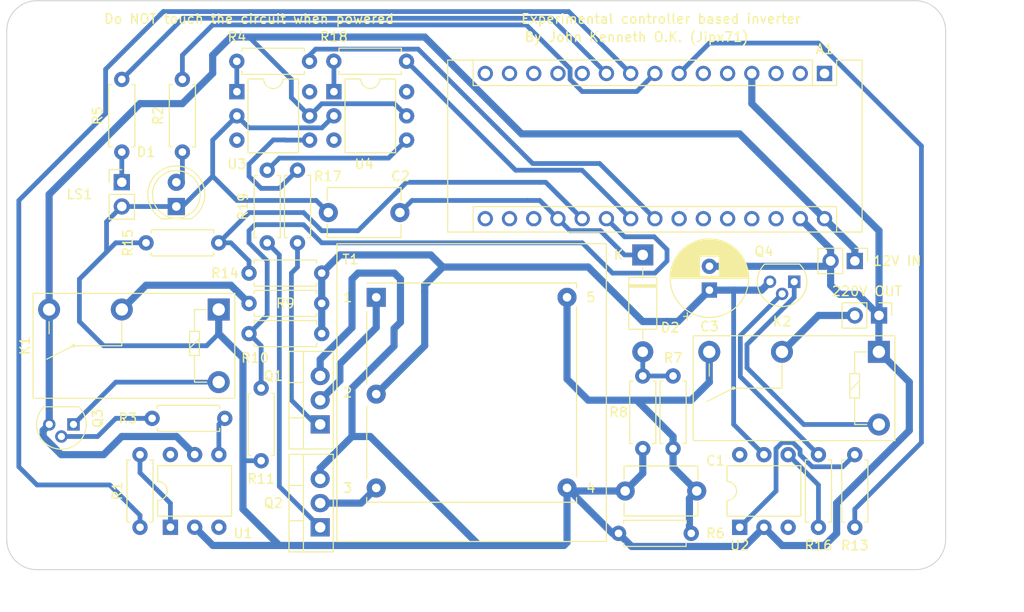
<source format=kicad_pcb>
(kicad_pcb (version 20211014) (generator pcbnew)
  (title_block (title "Experimental controller based inverter") (date "2025-07-05") (rev "1") (company "John Kenneth O.K. (Jipx71)") (comment 1 "-Safety margin due to high voltage (220V) is narrow") (comment 2 "-Board design is subject to future modifications") (comment 3 "-This board WILL NOT pass any safety standards") (comment 4 "-Experimental board. DO NOT use for critical tasks"))
  (layers (0 "F.Cu" signal) (31 "B.Cu" signal) (34 "B.Paste" user) (35 "F.Paste" user) (36 "B.SilkS" user "B.Silkscreen") (37 "F.SilkS" user "F.Silkscreen") (38 "B.Mask" user) (39 "F.Mask" user) (44 "Edge.Cuts" user))
  (net 0 "")
  (net 4 "GND")
  (net 5 "A")
  (net 6 "A'")
  (net 7 "Output")
  (net 8 "A_speaker")
  (net 9 "Cut")
  (net 10 "A_LED")
  (net 19 "Feedback")
  (net 20 "V_bat")
  (net 21 "V_fuse")
  (net 29 "+12V")
  (net 30 "VAC")
  (net 31 "Net-(D1-Pad2)")
  (net 32 "Net-(D2-Pad2)")
  (net 33 "Net-(J1-Pad2)")
  (net 34 "+12VA")
  (net 35 "Net-(K1-Pad2)")
  (net 36 "Net-(K1-Pad5)")
  (net 37 "Net-(K2-Pad5)")
  (net 38 "Net-(LS1-Pad1)")
  (net 39 "Net-(Q1-Pad2)")
  (net 40 "Net-(Q2-Pad2)")
  (net 41 "Net-(Q3-Pad2)")
  (net 42 "Net-(Q4-Pad2)")
  (net 43 "Net-(R1-Pad2)")
  (net 44 "Net-(R3-Pad1)")
  (net 45 "Net-(R13-Pad2)")
  (net 46 "Net-(R16-Pad1)")
  (net 51 "Net-(Q1-Pad1)")
  (net 52 "Net-(Q2-Pad1)")
  (net 53 "Net-(R4-Pad2)")
  (net 54 "Net-(R17-Pad1)")
  (net 55 "Net-(R18-Pad2)")
  (net 56 "Net-(R19-Pad1)")
  (footprint "Resistor_THT:R_Axial_DIN0207_L6.3mm_D2.5mm_P7.62mm_Horizontal" (layer "F.Cu") (at 176.53 88.265 90)
    (fp_text reference "R16" (at -1.905 0 180) (layer "F.SilkS"))
    (fp_text value "R")
    (pad "1" thru_hole circle (at 0 0 90) (size 1.6 1.6) (drill 0.8) (layers *.Cu *.Mask) (net 46 "Net-(R16-Pad1)"))
    (pad "2" thru_hole oval (at 7.62 0 90) (size 1.6 1.6) (drill 0.8) (layers *.Cu *.Mask) (net 42 "Net-(Q4-Pad2)"))
  )
  (footprint "Package_DIP:DIP-6_W7.62mm" (layer "F.Cu") (at 168.275 88.265 90)
    (fp_text reference "U2" (at -1.905 0 180) (layer "F.SilkS"))
    (fp_text value "4N35")
    (pad "1" thru_hole rect (at 0 0 90) (size 1.6 1.6) (drill 0.8) (layers *.Cu *.Mask) (net 45 "Net-(R13-Pad2)"))
    (pad "2" thru_hole oval (at 0 2.54 90) (size 1.6 1.6) (drill 0.8) (layers *.Cu *.Mask) (net 4 "GND"))
    (pad "3" thru_hole oval (at 0 5.08 90) (size 1.6 1.6) (drill 0.8) (layers *.Cu *.Mask))
    (pad "4" thru_hole oval (at 7.62 5.08 90) (size 1.6 1.6) (drill 0.8) (layers *.Cu *.Mask) (net 46 "Net-(R16-Pad1)"))
    (pad "5" thru_hole oval (at 7.62 2.54 90) (size 1.6 1.6) (drill 0.8) (layers *.Cu *.Mask) (net 29 "+12V"))
    (pad "6" thru_hole oval (at 7.62 0 90) (size 1.6 1.6) (drill 0.8) (layers *.Cu *.Mask))
  )
  (footprint "Resistor_THT:R_Axial_DIN0207_L6.3mm_D2.5mm_P7.62mm_Horizontal" (layer "F.Cu") (at 133.35 39.37 180)
    (fp_text reference "R18" (at 7.61 2.545) (layer "F.SilkS"))
    (fp_text value "R")
    (pad "1" thru_hole circle (at 0 0 180) (size 1.6 1.6) (drill 0.8) (layers *.Cu *.Mask) (net 6 "A'"))
    (pad "2" thru_hole oval (at 7.62 0 180) (size 1.6 1.6) (drill 0.8) (layers *.Cu *.Mask) (net 55 "Net-(R18-Pad2)"))
  )
  (footprint "Resistor_THT:R_Axial_DIN0207_L6.3mm_D2.5mm_P7.62mm_Horizontal" (layer "F.Cu") (at 121.92 50.8 -90)
    (fp_text reference "R17" (at 0.635 -3.175 180) (layer "F.SilkS"))
    (fp_text value "R")
    (pad "1" thru_hole circle (at 0 0 270) (size 1.6 1.6) (drill 0.8) (layers *.Cu *.Mask) (net 54 "Net-(R17-Pad1)"))
    (pad "2" thru_hole oval (at 7.62 0 270) (size 1.6 1.6) (drill 0.8) (layers *.Cu *.Mask) (net 51 "Net-(Q1-Pad1)"))
  )
  (footprint "Resistor_THT:R_Axial_DIN0207_L6.3mm_D2.5mm_P7.62mm_Horizontal" (layer "F.Cu") (at 113.665 58.42 180)
    (fp_text reference "R15" (at 9.525 0 90) (layer "F.SilkS"))
    (fp_text value "R")
    (pad "1" thru_hole circle (at 0 0 180) (size 1.6 1.6) (drill 0.8) (layers *.Cu *.Mask) (net 20 "V_bat"))
    (pad "2" thru_hole oval (at 7.62 0 180) (size 1.6 1.6) (drill 0.8) (layers *.Cu *.Mask) (net 4 "GND"))
  )
  (footprint "LED_THT:LED_D5.0mm" (layer "F.Cu") (at 109.22 54.61 90)
    (fp_text reference "D1" (at 5.715 -3.175 180) (layer "F.SilkS"))
    (fp_text value "LED")
    (pad "1" thru_hole rect (at 0 0 90) (size 1.8 1.8) (drill 0.9) (layers *.Cu *.Mask) (net 4 "GND"))
    (pad "2" thru_hole circle (at 2.54 0 90) (size 1.8 1.8) (drill 0.9) (layers *.Cu *.Mask) (net 31 "Net-(D1-Pad2)"))
  )
  (footprint "Resistor_THT:R_Axial_DIN0207_L6.3mm_D2.5mm_P7.62mm_Horizontal" (layer "F.Cu") (at 123.18 39.375 180)
    (fp_text reference "R4" (at 7.61 2.545) (layer "F.SilkS"))
    (fp_text value "R")
    (pad "1" thru_hole circle (at 0 0 180) (size 1.6 1.6) (drill 0.8) (layers *.Cu *.Mask) (net 5 "A"))
    (pad "2" thru_hole oval (at 7.62 0 180) (size 1.6 1.6) (drill 0.8) (layers *.Cu *.Mask) (net 53 "Net-(R4-Pad2)"))
  )
  (footprint "Package_TO_SOT_THT:TO-92" (layer "F.Cu") (at 173.99 62.505 180)
    (fp_text reference "Q4" (at 3.175 3.175 180) (layer "F.SilkS"))
    (fp_text value "Q_NPN_EBC")
    (pad "1" thru_hole rect (at 0 0 180) (size 1.3 1.3) (drill 0.75) (layers *.Cu *.Mask) (net 37 "Net-(K2-Pad5)"))
    (pad "2" thru_hole circle (at 1.27 -1.27 180) (size 1.3 1.3) (drill 0.75) (layers *.Cu *.Mask) (net 42 "Net-(Q4-Pad2)"))
    (pad "3" thru_hole circle (at 2.54 0 180) (size 1.3 1.3) (drill 0.75) (layers *.Cu *.Mask) (net 29 "+12V"))
  )
  (footprint "Capacitor_THT:C_Disc_D7.5mm_W5.0mm_P7.50mm" (layer "F.Cu") (at 163.77 84.455 180)
    (fp_text reference "C1" (at -1.965 3.175 180) (layer "F.SilkS"))
    (fp_text value "C")
    (pad "1" thru_hole circle (at 0 0 180) (size 2 2) (drill 1) (layers *.Cu *.Mask) (net 30 "VAC"))
    (pad "2" thru_hole circle (at 7.5 0 180) (size 2 2) (drill 1) (layers *.Cu *.Mask) (net 4 "GND"))
  )
  (footprint "MountingHole:MountingHole_3.2mm_M3" (layer "F.Cu") (at 185.42 88.265)
    (fp_text reference "H2" hide)
    (fp_text value "MountingHole")
    (pad "" np_thru_hole circle (at 0 0) (size 3.2 3.2) (drill 3.2) (layers *.Cu *.Mask))
  )
  (footprint "Relay_THT:Relay_SPST_Omron-G5Q-1A" (layer "F.Cu") (at 182.865 69.86 180)
    (fp_text reference "K2" (at 10.145 3.185 180) (layer "F.SilkS"))
    (fp_text value "G5Q-1A")
    (pad "1" thru_hole rect (at 0 0) (size 2.3 2.3) (drill 1.3) (layers *.Cu *.Mask) (net 4 "GND"))
    (pad "2" thru_hole circle (at 10.16 0) (size 2.3 2.3) (drill 1.3) (layers *.Cu *.Mask) (net 33 "Net-(J1-Pad2)"))
    (pad "3" thru_hole circle (at 17.78 0) (size 2.3 2.3) (drill 1.3) (layers *.Cu *.Mask) (net 30 "VAC"))
    (pad "5" thru_hole circle (at 0 -7.62) (size 2.3 2.3) (drill 1.3) (layers *.Cu *.Mask) (net 37 "Net-(K2-Pad5)"))
  )
  (footprint "MountingHole:MountingHole_3.2mm_M3" (layer "F.Cu") (at 95.885 37.465)
    (fp_text reference "H1" hide)
    (fp_text value "MountingHole")
    (pad "" np_thru_hole circle (at 0 0) (size 3.2 3.2) (drill 3.2) (layers *.Cu *.Mask))
  )
  (footprint "Diode_THT:D_DO-41_SOD81_P10.16mm_Horizontal" (layer "F.Cu") (at 158.115 59.69 -90)
    (fp_text reference "D2" (at 7.62 -2.865) (layer "F.SilkS"))
    (fp_text value "1N4007")
    (fp_text user "K" (at 0 2.54) (layer "F.SilkS"))
    (pad "1" thru_hole rect (at 0 0 270) (size 2.2 2.2) (drill 1.1) (layers *.Cu *.Mask) (net 19 "Feedback"))
    (pad "2" thru_hole oval (at 10.16 0 270) (size 2.2 2.2) (drill 1.1) (layers *.Cu *.Mask) (net 32 "Net-(D2-Pad2)"))
  )
  (footprint "Package_DIP:DIP-6_W7.62mm" (layer "F.Cu") (at 125.74 42.56)
    (fp_text reference "U4" (at 3.165 7.6) (layer "F.SilkS"))
    (fp_text value "4N35")
    (pad "1" thru_hole rect (at 0 0) (size 1.6 1.6) (drill 0.8) (layers *.Cu *.Mask) (net 55 "Net-(R18-Pad2)"))
    (pad "2" thru_hole oval (at 0 2.54) (size 1.6 1.6) (drill 0.8) (layers *.Cu *.Mask) (net 4 "GND"))
    (pad "3" thru_hole oval (at 0 5.08) (size 1.6 1.6) (drill 0.8) (layers *.Cu *.Mask))
    (pad "4" thru_hole oval (at 7.62 5.08) (size 1.6 1.6) (drill 0.8) (layers *.Cu *.Mask) (net 56 "Net-(R19-Pad1)"))
    (pad "5" thru_hole oval (at 7.62 2.54) (size 1.6 1.6) (drill 0.8) (layers *.Cu *.Mask) (net 34 "+12VA"))
    (pad "6" thru_hole oval (at 7.62 0) (size 1.6 1.6) (drill 0.8) (layers *.Cu *.Mask))
  )
  (footprint "Resistor_THT:R_Axial_DIN0207_L6.3mm_D2.5mm_P7.62mm_Horizontal" (layer "F.Cu") (at 124.46 67.945 180)
    (fp_text reference "R10" (at 6.985 -2.54 180) (layer "F.SilkS"))
    (fp_text value "R")
    (pad "1" thru_hole circle (at 0 0 180) (size 1.6 1.6) (drill 0.8) (layers *.Cu *.Mask) (net 29 "+12V"))
    (pad "2" thru_hole oval (at 7.62 0 180) (size 1.6 1.6) (drill 0.8) (layers *.Cu *.Mask) (net 21 "V_fuse"))
  )
  (footprint "Resistor_THT:R_Axial_DIN0207_L6.3mm_D2.5mm_P7.62mm_Horizontal" (layer "F.Cu") (at 116.84 64.77)
    (fp_text reference "R9" (at 3.81 0 180) (layer "F.SilkS"))
    (fp_text value "R")
    (pad "1" thru_hole circle (at 0 0) (size 1.6 1.6) (drill 0.8) (layers *.Cu *.Mask) (net 35 "Net-(K1-Pad2)"))
    (pad "2" thru_hole oval (at 7.62 0) (size 1.6 1.6) (drill 0.8) (layers *.Cu *.Mask) (net 29 "+12V"))
  )
  (footprint "Package_TO_SOT_THT:TO-220-3_Vertical" (layer "F.Cu") (at 124.3 77.47 90)
    (fp_text reference "Q1" (at 5.08 -4.92 180) (layer "F.SilkS"))
    (fp_text value "Q_NMOS_GDS")
    (pad "1" thru_hole rect (at 0 0 90) (size 1.905 2) (drill 1.1) (layers *.Cu *.Mask) (net 51 "Net-(Q1-Pad1)"))
    (pad "2" thru_hole oval (at 2.54 0 90) (size 1.905 2) (drill 1.1) (layers *.Cu *.Mask) (net 39 "Net-(Q1-Pad2)"))
    (pad "3" thru_hole oval (at 5.08 0 90) (size 1.905 2) (drill 1.1) (layers *.Cu *.Mask) (net 4 "GND"))
  )
  (footprint "Resistor_THT:R_Axial_DIN0207_L6.3mm_D2.5mm_P7.62mm_Horizontal" (layer "F.Cu") (at 161.29 80.01 90)
    (fp_text reference "R7" (at 9.525 0) (layer "F.SilkS"))
    (fp_text value "R")
    (pad "1" thru_hole circle (at 0 0 90) (size 1.6 1.6) (drill 0.8) (layers *.Cu *.Mask) (net 30 "VAC"))
    (pad "2" thru_hole oval (at 7.62 0 90) (size 1.6 1.6) (drill 0.8) (layers *.Cu *.Mask) (net 32 "Net-(D2-Pad2)"))
  )
  (footprint "MountingHole:MountingHole_3.2mm_M3" (layer "F.Cu") (at 185.42 37.465)
    (fp_text reference "H4" hide)
    (fp_text value "MountingHole")
    (pad "" np_thru_hole circle (at 0 0) (size 3.2 3.2) (drill 3.2) (layers *.Cu *.Mask))
  )
  (footprint "Package_TO_SOT_THT:TO-220-3_Vertical" (layer "F.Cu") (at 124.3 88.265 90)
    (fp_text reference "Q2" (at 2.54 -4.92 180) (layer "F.SilkS"))
    (fp_text value "Q_NMOS_GDS")
    (pad "1" thru_hole rect (at 0 0 90) (size 1.905 2) (drill 1.1) (layers *.Cu *.Mask) (net 52 "Net-(Q2-Pad1)"))
    (pad "2" thru_hole oval (at 2.54 0 90) (size 1.905 2) (drill 1.1) (layers *.Cu *.Mask) (net 40 "Net-(Q2-Pad2)"))
    (pad "3" thru_hole oval (at 5.08 0 90) (size 1.905 2) (drill 1.1) (layers *.Cu *.Mask) (net 4 "GND"))
  )
  (footprint "Resistor_THT:R_Axial_DIN0207_L6.3mm_D2.5mm_P7.62mm_Horizontal" (layer "F.Cu") (at 118.745 50.8 -90)
    (fp_text reference "R19" (at 3.81 2.54 90) (layer "F.SilkS"))
    (fp_text value "R")
    (pad "1" thru_hole circle (at 0 0 270) (size 1.6 1.6) (drill 0.8) (layers *.Cu *.Mask) (net 56 "Net-(R19-Pad1)"))
    (pad "2" thru_hole oval (at 7.62 0 270) (size 1.6 1.6) (drill 0.8) (layers *.Cu *.Mask) (net 52 "Net-(Q2-Pad1)"))
  )
  (footprint "Connector_PinHeader_2.54mm:PinHeader_1x02_P2.54mm_Vertical" (layer "F.Cu") (at 182.88 66.04 -90)
    (fp_text reference "220V OUT" (at -2.54 1.27 180) (layer "F.SilkS"))
    (fp_text value "Conn_01x02_Male")
    (pad "1" thru_hole rect (at 0 0 270) (size 1.7 1.7) (drill 1) (layers *.Cu *.Mask) (net 4 "GND"))
    (pad "2" thru_hole oval (at 0 2.54 270) (size 1.7 1.7) (drill 1) (layers *.Cu *.Mask) (net 33 "Net-(J1-Pad2)"))
  )
  (footprint "Capacitor_THT:C_Disc_D7.5mm_W5.0mm_P7.50mm" (layer "F.Cu") (at 132.655 55.245 180)
    (fp_text reference "C2" (at -0.06 3.81 180) (layer "F.SilkS"))
    (fp_text value "C")
    (pad "1" thru_hole circle (at 0 0 180) (size 2 2) (drill 1) (layers *.Cu *.Mask) (net 19 "Feedback"))
    (pad "2" thru_hole circle (at 7.5 0 180) (size 2 2) (drill 1) (layers *.Cu *.Mask) (net 4 "GND"))
  )
  (footprint "Capacitor_THT:CP_Radial_D8.0mm_P2.50mm" (layer "F.Cu") (at 165.1 63.382651 90)
    (fp_text reference "C3" (at -3.81 0 180) (layer "F.SilkS"))
    (fp_text value "C")
    (pad "1" thru_hole rect (at 0 0 90) (size 1.6 1.6) (drill 0.8) (layers *.Cu *.Mask) (net 29 "+12V"))
    (pad "2" thru_hole circle (at 2.5 0 90) (size 1.6 1.6) (drill 0.8) (layers *.Cu *.Mask) (net 4 "GND"))
  )
  (footprint "Resistor_THT:R_Axial_DIN0207_L6.3mm_D2.5mm_P7.62mm_Horizontal" (layer "F.Cu") (at 163.195 88.9 180)
    (fp_text reference "R6" (at -2.54 0 180) (layer "F.SilkS"))
    (fp_text value "R")
    (pad "1" thru_hole circle (at 0 0 180) (size 1.6 1.6) (drill 0.8) (layers *.Cu *.Mask) (net 30 "VAC"))
    (pad "2" thru_hole oval (at 7.62 0 180) (size 1.6 1.6) (drill 0.8) (layers *.Cu *.Mask) (net 4 "GND"))
  )
  (footprint "Resistor_THT:R_Axial_DIN0207_L6.3mm_D2.5mm_P7.62mm_Horizontal" (layer "F.Cu") (at 103.505 41.275 -90)
    (fp_text reference "R5" (at 3.81 2.54 90) (layer "F.SilkS"))
    (fp_text value "R")
    (pad "1" thru_hole circle (at 0 0 270) (size 1.6 1.6) (drill 0.8) (layers *.Cu *.Mask) (net 8 "A_speaker"))
    (pad "2" thru_hole oval (at 7.62 0 270) (size 1.6 1.6) (drill 0.8) (layers *.Cu *.Mask) (net 38 "Net-(LS1-Pad1)"))
  )
  (footprint "Package_DIP:DIP-6_W7.62mm" (layer "F.Cu") (at 115.57 42.565)
    (fp_text reference "U3" (at 0 7.6) (layer "F.SilkS"))
    (fp_text value "4N35")
    (pad "1" thru_hole rect (at 0 0) (size 1.6 1.6) (drill 0.8) (layers *.Cu *.Mask) (net 53 "Net-(R4-Pad2)"))
    (pad "2" thru_hole oval (at 0 2.54) (size 1.6 1.6) (drill 0.8) (layers *.Cu *.Mask) (net 4 "GND"))
    (pad "3" thru_hole oval (at 0 5.08) (size 1.6 1.6) (drill 0.8) (layers *.Cu *.Mask))
    (pad "4" thru_hole oval (at 7.62 5.08) (size 1.6 1.6) (drill 0.8) (layers *.Cu *.Mask) (net 54 "Net-(R17-Pad1)"))
    (pad "5" thru_hole oval (at 7.62 2.54) (size 1.6 1.6) (drill 0.8) (layers *.Cu *.Mask) (net 34 "+12VA"))
    (pad "6" thru_hole oval (at 7.62 0) (size 1.6 1.6) (drill 0.8) (layers *.Cu *.Mask))
  )
  (footprint "Resistor_THT:R_Axial_DIN0207_L6.3mm_D2.5mm_P7.62mm_Horizontal" (layer "F.Cu") (at 109.855 41.275 -90)
    (fp_text reference "R2" (at 3.81 2.54 90) (layer "F.SilkS"))
    (fp_text value "R")
    (pad "1" thru_hole circle (at 0 0 270) (size 1.6 1.6) (drill 0.8) (layers *.Cu *.Mask) (net 10 "A_LED"))
    (pad "2" thru_hole oval (at 7.62 0 270) (size 1.6 1.6) (drill 0.8) (layers *.Cu *.Mask) (net 31 "Net-(D1-Pad2)"))
  )
  (footprint "Resistor_THT:R_Axial_DIN0207_L6.3mm_D2.5mm_P7.62mm_Horizontal" (layer "F.Cu") (at 158.115 72.39 -90)
    (fp_text reference "R8" (at 3.81 2.54) (layer "F.SilkS"))
    (fp_text value "R")
    (pad "1" thru_hole circle (at 0 0 270) (size 1.6 1.6) (drill 0.8) (layers *.Cu *.Mask) (net 32 "Net-(D2-Pad2)"))
    (pad "2" thru_hole oval (at 7.62 0 270) (size 1.6 1.6) (drill 0.8) (layers *.Cu *.Mask) (net 4 "GND"))
  )
  (footprint "Resistor_THT:R_Axial_DIN0207_L6.3mm_D2.5mm_P7.62mm_Horizontal" (layer "F.Cu") (at 105.41 88.265 90)
    (fp_text reference "R1" (at 3.81 -2.37 90) (layer "F.SilkS"))
    (fp_text value "R")
    (pad "1" thru_hole circle (at 0 0 90) (size 1.6 1.6) (drill 0.8) (layers *.Cu *.Mask) (net 9 "Cut"))
    (pad "2" thru_hole oval (at 7.62 0 90) (size 1.6 1.6) (drill 0.8) (layers *.Cu *.Mask) (net 43 "Net-(R1-Pad2)"))
  )
  (footprint "Resistor_THT:R_Axial_DIN0207_L6.3mm_D2.5mm_P7.62mm_Horizontal" (layer "F.Cu") (at 180.34 88.265 90)
    (fp_text reference "R13" (at -1.905 0) (layer "F.SilkS"))
    (fp_text value "R")
    (pad "1" thru_hole circle (at 0 0 90) (size 1.6 1.6) (drill 0.8) (layers *.Cu *.Mask) (net 7 "Output"))
    (pad "2" thru_hole oval (at 7.62 0 90) (size 1.6 1.6) (drill 0.8) (layers *.Cu *.Mask) (net 45 "Net-(R13-Pad2)"))
  )
  (footprint "Transformer_THT:Transformer_Breve_TEZ-28x33" (layer "F.Cu") (at 130.175 64.135 -90)
    (fp_text reference "T1" (at -3.97 2.7 180) (layer "F.SilkS"))
    (fp_text value "Transformer_SP_1S")
    (fp_text user "3" (at 20 3 180) (layer "F.SilkS"))
    (fp_text user "2" (at 10 3 180) (layer "F.SilkS"))
    (fp_text user "1" (at 0 3 180) (layer "F.SilkS"))
    (fp_text user "4" (at 20 -22.5 180) (layer "F.SilkS"))
    (fp_text user "5" (at 0 -22.5 180) (layer "F.SilkS"))
    (pad "1" thru_hole rect (at 0 0 270) (size 2 2) (drill 0.9) (layers *.Cu *.Mask) (net 39 "Net-(Q1-Pad2)"))
    (pad "2" thru_hole circle (at 10.16 0 270) (size 2 2) (drill 0.9) (layers *.Cu *.Mask) (net 29 "+12V"))
    (pad "3" thru_hole circle (at 20 0 270) (size 2 2) (drill 0.9) (layers *.Cu *.Mask) (net 40 "Net-(Q2-Pad2)"))
    (pad "4" thru_hole circle (at 20 -20 270) (size 2 2) (drill 0.9) (layers *.Cu *.Mask) (net 4 "GND"))
    (pad "5" thru_hole circle (at 0 -20 270) (size 2 2) (drill 0.9) (layers *.Cu *.Mask) (net 30 "VAC"))
  )
  (footprint "MountingHole:MountingHole_3.2mm_M3" (layer "F.Cu") (at 95.885 88.265)
    (fp_text reference "H3" hide)
    (fp_text value "MountingHole")
    (pad "" np_thru_hole circle (at 0 0) (size 3.2 3.2) (drill 3.2) (layers *.Cu *.Mask))
  )
  (footprint "Package_DIP:DIP-6_W7.62mm" (layer "F.Cu") (at 108.6 88.255 90)
    (fp_text reference "U1" (at -0.645 7.62 180) (layer "F.SilkS"))
    (fp_text value "4N35")
    (pad "1" thru_hole rect (at 0 0 90) (size 1.6 1.6) (drill 0.8) (layers *.Cu *.Mask) (net 43 "Net-(R1-Pad2)"))
    (pad "2" thru_hole oval (at 0 2.54 90) (size 1.6 1.6) (drill 0.8) (layers *.Cu *.Mask) (net 4 "GND"))
    (pad "3" thru_hole oval (at 0 5.08 90) (size 1.6 1.6) (drill 0.8) (layers *.Cu *.Mask))
    (pad "4" thru_hole oval (at 7.62 5.08 90) (size 1.6 1.6) (drill 0.8) (layers *.Cu *.Mask) (net 44 "Net-(R3-Pad1)"))
    (pad "5" thru_hole oval (at 7.62 2.54 90) (size 1.6 1.6) (drill 0.8) (layers *.Cu *.Mask) (net 34 "+12VA"))
    (pad "6" thru_hole oval (at 7.62 0 90) (size 1.6 1.6) (drill 0.8) (layers *.Cu *.Mask))
  )
  (footprint "Resistor_THT:R_Axial_DIN0207_L6.3mm_D2.5mm_P7.62mm_Horizontal" (layer "F.Cu") (at 118.11 73.66 -90)
    (fp_text reference "R11" (at 9.525 0) (layer "F.SilkS"))
    (fp_text value "R")
    (pad "1" thru_hole circle (at 0 0 270) (size 1.6 1.6) (drill 0.8) (layers *.Cu *.Mask) (net 21 "V_fuse"))
    (pad "2" thru_hole oval (at 7.62 0 270) (size 1.6 1.6) (drill 0.8) (layers *.Cu *.Mask) (net 4 "GND"))
  )
  (footprint "Package_TO_SOT_THT:TO-92" (layer "F.Cu") (at 98.44 77.47 180)
    (fp_text reference "Q3" (at -2.54 0.635 90) (layer "F.SilkS"))
    (fp_text value "Q_NPN_EBC")
    (pad "1" thru_hole rect (at 0 0 180) (size 1.3 1.3) (drill 0.75) (layers *.Cu *.Mask) (net 36 "Net-(K1-Pad5)"))
    (pad "2" thru_hole circle (at 1.27 -1.27 180) (size 1.3 1.3) (drill 0.75) (layers *.Cu *.Mask) (net 41 "Net-(Q3-Pad2)"))
    (pad "3" thru_hole circle (at 2.54 0 180) (size 1.3 1.3) (drill 0.75) (layers *.Cu *.Mask) (net 34 "+12VA"))
  )
  (footprint "Resistor_THT:R_Axial_DIN0207_L6.3mm_D2.5mm_P7.62mm_Horizontal" (layer "F.Cu") (at 114.3 76.835 180)
    (fp_text reference "R3" (at 10.16 0 180) (layer "F.SilkS"))
    (fp_text value "R")
    (pad "1" thru_hole circle (at 0 0 180) (size 1.6 1.6) (drill 0.8) (layers *.Cu *.Mask) (net 44 "Net-(R3-Pad1)"))
    (pad "2" thru_hole oval (at 7.62 0 180) (size 1.6 1.6) (drill 0.8) (layers *.Cu *.Mask) (net 41 "Net-(Q3-Pad2)"))
  )
  (footprint "Module:Arduino_Nano" (layer "F.Cu") (at 177.165 40.65 -90)
    (fp_text reference "A1" (at -2.55 0 180) (layer "F.SilkS"))
    (fp_text value "Arduino_Nano_v2.x")
    (pad "1" thru_hole rect (at 0 0 270) (size 1.6 1.6) (drill 1) (layers *.Cu *.Mask))
    (pad "2" thru_hole oval (at 0 2.54 270) (size 1.6 1.6) (drill 1) (layers *.Cu *.Mask))
    (pad "3" thru_hole oval (at 0 5.08 270) (size 1.6 1.6) (drill 1) (layers *.Cu *.Mask))
    (pad "4" thru_hole oval (at 0 7.62 270) (size 1.6 1.6) (drill 1) (layers *.Cu *.Mask) (net 4 "GND"))
    (pad "5" thru_hole oval (at 0 10.16 270) (size 1.6 1.6) (drill 1) (layers *.Cu *.Mask))
    (pad "6" thru_hole oval (at 0 12.7 270) (size 1.6 1.6) (drill 1) (layers *.Cu *.Mask))
    (pad "7" thru_hole oval (at 0 15.24 270) (size 1.6 1.6) (drill 1) (layers *.Cu *.Mask) (net 7 "Output"))
    (pad "8" thru_hole oval (at 0 17.78 270) (size 1.6 1.6) (drill 1) (layers *.Cu *.Mask) (net 10 "A_LED"))
    (pad "9" thru_hole oval (at 0 20.32 270) (size 1.6 1.6) (drill 1) (layers *.Cu *.Mask) (net 9 "Cut"))
    (pad "10" thru_hole oval (at 0 22.86 270) (size 1.6 1.6) (drill 1) (layers *.Cu *.Mask) (net 8 "A_speaker"))
    (pad "11" thru_hole oval (at 0 25.4 270) (size 1.6 1.6) (drill 1) (layers *.Cu *.Mask))
    (pad "12" thru_hole oval (at 0 27.94 270) (size 1.6 1.6) (drill 1) (layers *.Cu *.Mask))
    (pad "13" thru_hole oval (at 0 30.48 270) (size 1.6 1.6) (drill 1) (layers *.Cu *.Mask))
    (pad "14" thru_hole oval (at 0 33.02 270) (size 1.6 1.6) (drill 1) (layers *.Cu *.Mask))
    (pad "15" thru_hole oval (at 0 35.56 270) (size 1.6 1.6) (drill 1) (layers *.Cu *.Mask))
    (pad "16" thru_hole oval (at 15.24 35.56 270) (size 1.6 1.6) (drill 1) (layers *.Cu *.Mask))
    (pad "17" thru_hole oval (at 15.24 33.02 270) (size 1.6 1.6) (drill 1) (layers *.Cu *.Mask))
    (pad "18" thru_hole oval (at 15.24 30.48 270) (size 1.6 1.6) (drill 1) (layers *.Cu *.Mask))
    (pad "19" thru_hole oval (at 15.24 27.94 270) (size 1.6 1.6) (drill 1) (layers *.Cu *.Mask) (net 19 "Feedback"))
    (pad "20" thru_hole oval (at 15.24 25.4 270) (size 1.6 1.6) (drill 1) (layers *.Cu *.Mask) (net 20 "V_bat"))
    (pad "21" thru_hole oval (at 15.24 22.86 270) (size 1.6 1.6) (drill 1) (layers *.Cu *.Mask) (net 21 "V_fuse"))
    (pad "22" thru_hole oval (at 15.24 20.32 270) (size 1.6 1.6) (drill 1) (layers *.Cu *.Mask) (net 6 "A'"))
    (pad "23" thru_hole oval (at 15.24 17.78 270) (size 1.6 1.6) (drill 1) (layers *.Cu *.Mask) (net 5 "A"))
    (pad "24" thru_hole oval (at 15.24 15.24 270) (size 1.6 1.6) (drill 1) (layers *.Cu *.Mask))
    (pad "25" thru_hole oval (at 15.24 12.7 270) (size 1.6 1.6) (drill 1) (layers *.Cu *.Mask))
    (pad "26" thru_hole oval (at 15.24 10.16 270) (size 1.6 1.6) (drill 1) (layers *.Cu *.Mask))
    (pad "27" thru_hole oval (at 15.24 7.62 270) (size 1.6 1.6) (drill 1) (layers *.Cu *.Mask))
    (pad "28" thru_hole oval (at 15.24 5.08 270) (size 1.6 1.6) (drill 1) (layers *.Cu *.Mask))
    (pad "29" thru_hole oval (at 15.24 2.54 270) (size 1.6 1.6) (drill 1) (layers *.Cu *.Mask) (net 4 "GND"))
    (pad "30" thru_hole oval (at 15.24 0 270) (size 1.6 1.6) (drill 1) (layers *.Cu *.Mask) (net 34 "+12VA"))
  )
  (footprint "Connector_PinHeader_2.54mm:PinHeader_1x02_P2.54mm_Vertical" (layer "F.Cu") (at 180.345 60.325 -90)
    (fp_text reference "12V IN" (at 0 -4.44 180) (layer "F.SilkS"))
    (fp_text value "Conn_01x02_Male")
    (pad "1" thru_hole rect (at 0 0 270) (size 1.7 1.7) (drill 1) (layers *.Cu *.Mask) (net 34 "+12VA"))
    (pad "2" thru_hole oval (at 0 2.54 270) (size 1.7 1.7) (drill 1) (layers *.Cu *.Mask) (net 4 "GND"))
  )
  (footprint "Relay_THT:Relay_SPST_Omron-G5Q-1A" (layer "F.Cu") (at 113.665 65.415 180)
    (fp_text reference "K1" (at 20.305 -3.8 90) (layer "F.SilkS"))
    (fp_text value "G5Q-1A")
    (pad "1" thru_hole rect (at 0 0) (size 2.3 2.3) (drill 1.3) (layers *.Cu *.Mask) (net 4 "GND"))
    (pad "2" thru_hole circle (at 10.16 0) (size 2.3 2.3) (drill 1.3) (layers *.Cu *.Mask) (net 35 "Net-(K1-Pad2)"))
    (pad "3" thru_hole circle (at 17.78 0) (size 2.3 2.3) (drill 1.3) (layers *.Cu *.Mask) (net 34 "+12VA"))
    (pad "5" thru_hole circle (at 0 -7.62) (size 2.3 2.3) (drill 1.3) (layers *.Cu *.Mask) (net 36 "Net-(K1-Pad5)"))
  )
  (footprint "Resistor_THT:R_Axial_DIN0207_L6.3mm_D2.5mm_P7.62mm_Horizontal" (layer "F.Cu") (at 124.46 61.595 180)
    (fp_text reference "R14" (at 10.16 0 180) (layer "F.SilkS"))
    (fp_text value "R")
    (pad "1" thru_hole circle (at 0 0 180) (size 1.6 1.6) (drill 0.8) (layers *.Cu *.Mask) (net 29 "+12V"))
    (pad "2" thru_hole oval (at 7.62 0 180) (size 1.6 1.6) (drill 0.8) (layers *.Cu *.Mask) (net 20 "V_bat"))
  )
  (footprint "Connector_PinHeader_2.54mm:PinHeader_1x02_P2.54mm_Vertical" (layer "F.Cu") (at 103.505 52.065)
    (fp_text reference "LS1" (at -4.445 1.27) (layer "F.SilkS"))
    (fp_text value "Speaker_Crystal")
    (pad "1" thru_hole rect (at 0 0) (size 1.7 1.7) (drill 1) (layers *.Cu *.Mask) (net 38 "Net-(LS1-Pad1)"))
    (pad "2" thru_hole oval (at 0 2.54) (size 1.7 1.7) (drill 1) (layers *.Cu *.Mask) (net 4 "GND"))
  )
  (gr_line (start 91.44 36.195) (end 91.44 89.535) (layer "Edge.Cuts") (width 0.1))
  (gr_line (start 189.865 89.535) (end 189.865 36.195) (layer "Edge.Cuts") (width 0.1))
  (gr_arc (start 186.69 33.02) (mid 188.935064 33.949936) (end 189.865 36.195) (layer "Edge.Cuts") (width 0.1))
  (gr_line (start 186.69 33.02) (end 94.615 33.02) (layer "Edge.Cuts") (width 0.1))
  (gr_line (start 94.615 92.71) (end 186.69 92.71) (layer "Edge.Cuts") (width 0.1))
  (gr_arc (start 91.44 36.195) (mid 92.369936 33.949936) (end 94.615 33.02) (layer "Edge.Cuts") (width 0.1))
  (gr_arc (start 189.865 89.535) (mid 188.935064 91.780064) (end 186.69 92.71) (layer "Edge.Cuts") (width 0.1))
  (gr_arc (start 94.615 92.71) (mid 92.369936 91.780064) (end 91.44 89.535) (layer "Edge.Cuts") (width 0.1))
  (gr_text "Do NOT touch the circuit when powered" (at 116.84 34.925) (layer "F.SilkS") (effects (font (size 1 1))))
  (gr_text "By John Kenneth O.K. (Jipx71)" (at 157.48 36.83) (layer "F.SilkS") (effects (font (size 1 1))))
  (gr_text "Experimental controller based inverter" (at 160.02 34.925) (layer "F.SilkS") (effects (font (size 1 1))))
  (segment (start 177.805 60.325) (end 177.805 62.87) (width 0.75) (layer "B.Cu") (net 4))
  (segment (start 169.545 40.65) (end 169.545 43.815) (width 0.75) (layer "B.Cu") (net 4))
  (segment (start 127.635 73.66) (end 127.635 78.74) (width 0.75) (layer "B.Cu") (net 4))
  (segment (start 128.27 61.595) (end 132.08 61.595) (width 0.75) (layer "B.Cu") (net 4))
  (segment (start 156.95 90.275) (end 168.805 90.275) (width 0.75) (layer "B.Cu") (net 4))
  (segment (start 177.805 59.07) (end 174.625 55.89) (width 0.75) (layer "B.Cu") (net 4))
  (segment (start 132.043249 67.420253) (end 132.043249 69.251751) (width 0.75) (layer "B.Cu") (net 4))
  (segment (start 178.7525 63.8175) (end 180.6575 63.8175) (width 0.75) (layer "B.Cu") (net 4))
  (segment (start 102.87 58.42) (end 101.905 59.385) (width 0.5) (layer "B.Cu") (net 4))
  (segment (start 129.54 78.74) (end 127.635 78.74) (width 0.75) (layer "B.Cu") (net 4))
  (segment (start 103.505 54.605) (end 101.905 56.205) (width 0.5) (layer "B.Cu") (net 4))
  (segment (start 123.885 53.975) (end 125.155 55.245) (width 0.5) (layer "B.Cu") (net 4))
  (segment (start 124.3 70.645) (end 127.635 67.31) (width 0.75) (layer "B.Cu") (net 4))
  (segment (start 186.055 73.025) (end 182.89 69.86) (width 0.75) (layer "B.Cu") (net 4))
  (segment (start 155.575 88.9) (end 156.95 90.275) (width 0.75) (layer "B.Cu") (net 4))
  (segment (start 177.805 60.325) (end 177.805 59.07) (width 0.75) (layer "B.Cu") (net 4))
  (segment (start 116.205 81.28) (end 116.205 70.485) (width 0.75) (layer "B.Cu") (net 4))
  (segment (start 115.57 53.975) (end 123.885 53.975) (width 0.5) (layer "B.Cu") (net 4))
  (segment (start 140.97 90.17) (end 129.54 78.74) (width 0.75) (layer "B.Cu") (net 4))
  (segment (start 115.57 45.105) (end 116.82 46.355) (width 0.5) (layer "B.Cu") (net 4))
  (segment (start 177.247349 60.882651) (end 177.805 60.325) (width 0.75) (layer "B.Cu") (net 4))
  (segment (start 120.015 90.17) (end 118.11 88.265) (width 0.75) (layer "B.Cu") (net 4))
  (segment (start 109.855 54.61) (end 113.03 51.435) (width 0.5) (layer "B.Cu") (net 4))
  (segment (start 113.03 47.645) (end 115.57 45.105) (width 0.5) (layer "B.Cu") (net 4))
  (segment (start 124.3 83.185) (end 124.3 82.075) (width 0.75) (layer "B.Cu") (net 4))
  (segment (start 178.435 88.9) (end 178.435 85.725) (width 0.75) (layer "B.Cu") (net 4))
  (segment (start 113.03 51.435) (end 113.03 47.645) (width 0.5) (layer "B.Cu") (net 4))
  (segment (start 182.89 69.86) (end 182.865 69.86) (width 0.75) (layer "B.Cu") (net 4))
  (segment (start 99.06 66.675) (end 101.6 69.215) (width 0.5) (layer "B.Cu") (net 4))
  (segment (start 132.08 61.595) (end 132.715 62.23) (width 0.75) (layer "B.Cu") (net 4))
  (segment (start 132.043249 69.251751) (end 127.635 73.66) (width 0.75) (layer "B.Cu") (net 4))
  (segment (start 116.205 81.28) (end 116.205 86.36) (width 0.75) (layer "B.Cu") (net 4))
  (segment (start 112.395 69.215) (end 113.665 67.945) (width 0.5) (layer "B.Cu") (net 4))
  (segment (start 113.665 67.945) (end 113.665 65.415) (width 0.75) (layer "B.Cu") (net 4))
  (segment (start 177.159293 90.175707) (end 178.435 88.9) (width 0.75) (layer "B.Cu") (net 4))
  (segment (start 116.205 86.36) (end 118.11 88.265) (width 0.75) (layer "B.Cu") (net 4))
  (segment (start 124.3 82.075) (end 127.635 78.74) (width 0.75) (layer "B.Cu") (net 4))
  (segment (start 149.86 90.17) (end 150.175 89.855) (width 0.75) (layer "B.Cu") (net 4))
  (segment (start 140.97 90.17) (end 149.86 90.17) (width 0.75) (layer "B.Cu") (net 4))
  (segment (start 182.865 69.86) (end 182.865 66.055) (width 0.75) (layer "B.Cu") (net 4))
  (segment (start 156.27 84.455) (end 150.495 84.455) (width 0.75) (layer "B.Cu") (net 4))
  (segment (start 103.505 54.61) (end 109.855 54.61) (width 0.5) (layer "B.Cu") (net 4))
  (segment (start 111.14 88.255) (end 113.055 90.17) (width 0.75) (layer "B.Cu") (net 4))
  (segment (start 165.1 60.882651) (end 177.247349 60.882651) (width 0.75) (layer "B.Cu") (net 4))
  (segment (start 178.435 85.725) (end 186.055 78.105) (width 0.75) (layer "B.Cu") (net 4))
  (segment (start 120.015 90.17) (end 113.665 90.17) (width 0.75) (layer "B.Cu") (net 4))
  (segment (start 127.635 67.31) (end 127.635 62.23) (width 0.75) (layer "B.Cu") (net 4))
  (segment (start 158.115 82.61) (end 156.27 84.455) (width 0.75) (layer "B.Cu") (net 4))
  (segment (start 116.82 46.355) (end 124.485 46.355) (width 0.5) (layer "B.Cu") (net 4))
  (segment (start 99.06 62.23) (end 99.06 66.675) (width 0.5) (layer "B.Cu") (net 4))
  (segment (start 150.495 84.455) (end 150.175 84.135) (width 0.75) (layer "B.Cu") (net 4))
  (segment (start 132.715 66.748502) (end 132.043249 67.420253) (width 0.75) (layer "B.Cu") (net 4))
  (segment (start 101.905 56.205) (end 101.905 59.385) (width 0.5) (layer "B.Cu") (net 4))
  (segment (start 177.805 62.87) (end 178.7525 63.8175) (width 0.75) (layer "B.Cu") (net 4))
  (segment (start 182.865 66.055) (end 182.88 66.04) (width 0.75) (layer "B.Cu") (net 4))
  (segment (start 158.115 80.01) (end 158.115 82.61) (width 0.75) (layer "B.Cu") (net 4))
  (segment (start 127.635 62.23) (end 128.27 61.595) (width 0.75) (layer "B.Cu") (net 4))
  (segment (start 116.205 70.485) (end 113.665 67.945) (width 0.75) (layer "B.Cu") (net 4))
  (segment (start 140.97 90.17) (end 120.015 90.17) (width 0.75) (layer "B.Cu") (net 4))
  (segment (start 124.485 46.355) (end 125.74 45.1) (width 0.5) (layer "B.Cu") (net 4))
  (segment (start 101.905 59.385) (end 99.06 62.23) (width 0.5) (layer "B.Cu") (net 4))
  (segment (start 118.11 81.28) (end 116.205 81.28) (width 0.5) (layer "B.Cu") (net 4))
  (segment (start 150.175 84.135) (end 154.94 88.9) (width 0.75) (layer "B.Cu") (net 4))
  (segment (start 168.805 90.275) (end 170.815 88.265) (width 0.75) (layer "B.Cu") (net 4))
  (segment (start 101.6 69.215) (end 112.395 69.215) (width 0.5) (layer "B.Cu") (net 4))
  (segment (start 180.6575 63.8175) (end 182.88 66.04) (width 0.75) (layer "B.Cu") (net 4))
  (segment (start 124.3 72.39) (end 124.3 70.645) (width 0.75) (layer "B.Cu") (net 4))
  (segment (start 109.22 54.61) (end 109.855 54.61) (width 0.5) (layer "B.Cu") (net 4))
  (segment (start 170.815 88.265) (end 172.725707 90.175707) (width 0.75) (layer "B.Cu") (net 4))
  (segment (start 150.175 89.855) (end 150.175 84.135) (width 0.75) (layer "B.Cu") (net 4))
  (segment (start 186.055 78.105) (end 186.055 73.025) (width 0.75) (layer "B.Cu") (net 4))
  (segment (start 106.045 58.42) (end 102.87 58.42) (width 0.5) (layer "B.Cu") (net 4))
  (segment (start 132.715 62.23) (end 132.715 66.748502) (width 0.75) (layer "B.Cu") (net 4))
  (segment (start 169.545 43.815) (end 182.88 57.15) (width 0.75) (layer "B.Cu") (net 4))
  (segment (start 113.055 90.17) (end 113.665 90.17) (width 0.75) (layer "B.Cu") (net 4))
  (segment (start 182.88 57.15) (end 182.88 66.04) (width 0.75) (layer "B.Cu") (net 4))
  (segment (start 172.725707 90.175707) (end 177.159293 90.175707) (width 0.75) (layer "B.Cu") (net 4))
  (segment (start 115.57 53.975) (end 113.03 51.435) (width 0.5) (layer "B.Cu") (net 4))
  (segment (start 153.595 50.1) (end 146.57 50.1) (width 0.5) (layer "B.Cu") (net 5))
  (segment (start 123.825 38.1) (end 123.18 38.745) (width 0.5) (layer "B.Cu") (net 5))
  (segment (start 146.57 50.1) (end 134.57 38.1) (width 0.5) (layer "B.Cu") (net 5))
  (segment (start 123.18 38.745) (end 123.18 39.375) (width 0.5) (layer "B.Cu") (net 5))
  (segment (start 134.57 38.1) (end 123.825 38.1) (width 0.5) (layer "B.Cu") (net 5))
  (segment (start 159.385 55.89) (end 153.595 50.1) (width 0.5) (layer "B.Cu") (net 5))
  (segment (start 144.78 50.8) (end 151.755 50.8) (width 0.5) (layer "B.Cu") (net 6))
  (segment (start 151.755 50.8) (end 152.395 51.44) (width 0.5) (layer "B.Cu") (net 6))
  (segment (start 133.35 39.37) (end 144.78 50.8) (width 0.5) (layer "B.Cu") (net 6))
  (segment (start 152.395 51.44) (end 156.845 55.89) (width 0.5) (layer "B.Cu") (net 6))
  (segment (start 187.325 79.375) (end 180.34 86.36) (width 0.5) (layer "B.Cu") (net 7))
  (segment (start 187.325 48.26) (end 187.325 79.375) (width 0.5) (layer "B.Cu") (net 7))
  (segment (start 165.11 37.465) (end 176.53 37.465) (width 0.5) (layer "B.Cu") (net 7))
  (segment (start 176.53 37.465) (end 187.325 48.26) (width 0.5) (layer "B.Cu") (net 7))
  (segment (start 180.34 86.36) (end 180.34 88.265) (width 0.5) (layer "B.Cu") (net 7))
  (segment (start 161.925 40.65) (end 165.11 37.465) (width 0.5) (layer "B.Cu") (net 7))
  (segment (start 103.505 41.275) (end 109.92 34.86) (width 0.5) (layer "B.Cu") (net 8))
  (segment (start 109.92 34.86) (end 147.385 34.86) (width 0.5) (layer "B.Cu") (net 8))
  (segment (start 154.305 40.65) (end 148.515 34.86) (width 0.5) (layer "B.Cu") (net 8))
  (segment (start 148.515 34.86) (end 147.385 34.86) (width 0.5) (layer "B.Cu") (net 8))
  (segment (start 105.41 86.995) (end 105.41 88.265) (width 0.5) (layer "B.Cu") (net 9))
  (segment (start 94.615 83.82) (end 102.235 83.82) (width 0.5) (layer "B.Cu") (net 9))
  (segment (start 101.808642 44.876358) (end 92.71 53.975) (width 0.5) (layer "B.Cu") (net 9))
  (segment (start 102.235 83.82) (end 105.41 86.995) (width 0.5) (layer "B.Cu") (net 9))
  (segment (start 107.862284 34.16) (end 107.523642 34.498642) (width 0.5) (layer "B.Cu") (net 9))
  (segment (start 107.862283 34.16) (end 107.523642 34.498642) (width 0.5) (layer "B.Cu") (net 9))
  (segment (start 92.71 53.975) (end 92.71 81.915) (width 0.5) (layer "B.Cu") (net 9))
  (segment (start 107.523642 34.498642) (end 101.808642 40.213642) (width 0.5) (layer "B.Cu") (net 9))
  (segment (start 92.71 81.915) (end 94.615 83.82) (width 0.5) (layer "B.Cu") (net 9))
  (segment (start 156.845 40.65) (end 150.355 34.16) (width 0.5) (layer "B.Cu") (net 9))
  (segment (start 150.355 34.16) (end 107.862284 34.16) (width 0.5) (layer "B.Cu") (net 9))
  (segment (start 101.808642 40.213642) (end 101.808642 44.876358) (width 0.5) (layer "B.Cu") (net 9))
  (segment (start 109.855 41.275) (end 109.855 38.735) (width 0.5) (layer "B.Cu") (net 10))
  (segment (start 150.495 40.152233) (end 150.495 41.275) (width 0.5) (layer "B.Cu") (net 10))
  (segment (start 151.765 42.545) (end 157.49 42.545) (width 0.5) (layer "B.Cu") (net 10))
  (segment (start 159.385 40.65) (end 158.12 41.915) (width 0.5) (layer "B.Cu") (net 10))
  (segment (start 113.03 35.56) (end 145.902767 35.56) (width 0.5) (layer "B.Cu") (net 10))
  (segment (start 109.855 38.735) (end 113.03 35.56) (width 0.5) (layer "B.Cu") (net 10))
  (segment (start 145.902767 35.56) (end 150.495 40.152233) (width 0.5) (layer "B.Cu") (net 10))
  (segment (start 157.49 42.545) (end 158.12 41.915) (width 0.5) (layer "B.Cu") (net 10))
  (segment (start 150.495 41.275) (end 151.765 42.545) (width 0.5) (layer "B.Cu") (net 10))
  (segment (start 156.21 59.69) (end 153.66 57.14) (width 0.5) (layer "B.Cu") (net 19))
  (segment (start 133.925 53.975) (end 132.655 55.245) (width 0.5) (layer "B.Cu") (net 19))
  (segment (start 146.05 53.975) (end 147.31 53.975) (width 0.5) (layer "B.Cu") (net 19))
  (segment (start 150.475 57.14) (end 153.66 57.14) (width 0.5) (layer "B.Cu") (net 19))
  (segment (start 146.05 53.975) (end 133.925 53.975) (width 0.5) (layer "B.Cu") (net 19))
  (segment (start 158.115 59.69) (end 156.21 59.69) (width 0.5) (layer "B.Cu") (net 19))
  (segment (start 147.31 53.975) (end 149.225 55.89) (width 0.5) (layer "B.Cu") (net 19))
  (segment (start 149.225 55.89) (end 150.475 57.14) (width 0.5) (layer "B.Cu") (net 19))
  (segment (start 116.84 55.245) (end 122.555 55.245) (width 0.5) (layer "B.Cu") (net 20))
  (segment (start 128.27 57.15) (end 133.35 52.07) (width 0.5) (layer "B.Cu") (net 20))
  (segment (start 122.555 55.245) (end 124.46 57.15) (width 0.5) (layer "B.Cu") (net 20))
  (segment (start 124.46 57.15) (end 128.27 57.15) (width 0.5) (layer "B.Cu") (net 20))
  (segment (start 116.84 60.325) (end 116.84 61.595) (width 0.5) (layer "B.Cu") (net 20))
  (segment (start 133.35 52.07) (end 147.32 52.07) (width 0.5) (layer "B.Cu") (net 20))
  (segment (start 113.665 58.42) (end 114.935 58.42) (width 0.5) (layer "B.Cu") (net 20))
  (segment (start 151.765 55.89) (end 147.945 52.07) (width 0.5) (layer "B.Cu") (net 20))
  (segment (start 147.945 52.07) (end 147.32 52.07) (width 0.5) (layer "B.Cu") (net 20))
  (segment (start 116.84 60.325) (end 114.935 58.42) (width 0.5) (layer "B.Cu") (net 20))
  (segment (start 113.665 58.42) (end 116.84 55.245) (width 0.5) (layer "B.Cu") (net 20))
  (segment (start 116.84 67.945) (end 118.745 66.04) (width 0.5) (layer "B.Cu") (net 21))
  (segment (start 122.555 56.515) (end 124.46 58.42) (width 0.5) (layer "B.Cu") (net 21))
  (segment (start 160.655 60.325) (end 160.655 59.13) (width 0.5) (layer "B.Cu") (net 21))
  (segment (start 117.475 56.515) (end 122.555 56.515) (width 0.5) (layer "B.Cu") (net 21))
  (segment (start 156.2 57.785) (end 154.305 55.89) (width 0.5) (layer "B.Cu") (net 21))
  (segment (start 116.84 67.945) (end 118.11 69.215) (width 0.5) (layer "B.Cu") (net 21))
  (segment (start 154.94 61.595) (end 159.385 61.595) (width 0.5) (layer "B.Cu") (net 21))
  (segment (start 159.31 57.785) (end 156.2 57.785) (width 0.5) (layer "B.Cu") (net 21))
  (segment (start 124.46 58.42) (end 151.765 58.42) (width 0.5) (layer "B.Cu") (net 21))
  (segment (start 116.84 57.15) (end 117.475 56.515) (width 0.5) (layer "B.Cu") (net 21))
  (segment (start 118.745 66.04) (end 118.745 60.325) (width 0.5) (layer "B.Cu") (net 21))
  (segment (start 116.84 58.42) (end 116.84 57.15) (width 0.5) (layer "B.Cu") (net 21))
  (segment (start 118.745 60.325) (end 116.84 58.42) (width 0.5) (layer "B.Cu") (net 21))
  (segment (start 118.11 69.215) (end 118.11 73.66) (width 0.5) (layer "B.Cu") (net 21))
  (segment (start 159.385 61.595) (end 160.655 60.325) (width 0.5) (layer "B.Cu") (net 21))
  (segment (start 151.765 58.42) (end 154.94 61.595) (width 0.5) (layer "B.Cu") (net 21))
  (segment (start 160.655 59.13) (end 159.31 57.785) (width 0.5) (layer "B.Cu") (net 21))
  (segment (start 165.1 63.382651) (end 167.757349 63.382651) (width 0.75) (layer "B.Cu") (net 29))
  (segment (start 135.255 63.5) (end 135.255 62.865) (width 0.75) (layer "B.Cu") (net 29))
  (segment (start 124.46 67.945) (end 124.46 61.595) (width 0.75) (layer "B.Cu") (net 29))
  (segment (start 135.255 62.865) (end 137.16 60.96) (width 0.75) (layer "B.Cu") (net 29))
  (segment (start 126.365 59.69) (end 135.89 59.69) (width 0.75) (layer "B.Cu") (net 29))
  (segment (start 152.4 60.96) (end 158.115 66.675) (width 0.75) (layer "B.Cu") (net 29))
  (segment (start 167.64 63.5) (end 167.757349 63.382651) (width 0.5) (layer "B.Cu") (net 29))
  (segment (start 135.255 69.215) (end 135.255 63.5) (width 0.75) (layer "B.Cu") (net 29))
  (segment (start 124.46 61.595) (end 126.365 59.69) (width 0.75) (layer "B.Cu") (net 29))
  (segment (start 137.16 60.96) (end 152.4 60.96) (width 0.75) (layer "B.Cu") (net 29))
  (segment (start 130.175 74.295) (end 135.255 69.215) (width 0.75) (layer "B.Cu") (net 29))
  (segment (start 170.815 80.645) (end 167.64 77.47) (width 0.5) (layer "B.Cu") (net 29))
  (segment (start 161.807651 66.675) (end 160.655 66.675) (width 0.75) (layer "B.Cu") (net 29))
  (segment (start 167.757349 63.382651) (end 170.572349 63.382651) (width 0.75) (layer "B.Cu") (net 29))
  (segment (start 135.89 59.69) (end 137.16 60.96) (width 0.75) (layer "B.Cu") (net 29))
  (segment (start 158.115 66.675) (end 160.655 66.675) (width 0.75) (layer "B.Cu") (net 29))
  (segment (start 165.1 63.382651) (end 161.807651 66.675) (width 0.75) (layer "B.Cu") (net 29))
  (segment (start 170.572349 63.382651) (end 171.45 62.505) (width 0.75) (layer "B.Cu") (net 29))
  (segment (start 167.64 77.47) (end 167.64 63.5) (width 0.5) (layer "B.Cu") (net 29))
  (segment (start 157.48 74.93) (end 163.195 74.93) (width 0.75) (layer "B.Cu") (net 30))
  (segment (start 161.29 78.74) (end 157.48 74.93) (width 0.75) (layer "B.Cu") (net 30))
  (segment (start 157.48 74.93) (end 152.395 74.93) (width 0.75) (layer "B.Cu") (net 30))
  (segment (start 163.005 85.22) (end 163.005 88.9) (width 0.75) (layer "B.Cu") (net 30))
  (segment (start 165.085 73.01) (end 165.085 69.86) (width 0.75) (layer "B.Cu") (net 30))
  (segment (start 161.29 81.975) (end 163.77 84.455) (width 0.75) (layer "B.Cu") (net 30))
  (segment (start 163.77 84.455) (end 163.005 85.22) (width 0.75) (layer "B.Cu") (net 30))
  (segment (start 163.195 74.93) (end 165.1 73.025) (width 0.75) (layer "B.Cu") (net 30))
  (segment (start 161.29 80.01) (end 161.29 81.975) (width 0.75) (layer "B.Cu") (net 30))
  (segment (start 161.29 80.01) (end 161.29 78.74) (width 0.75) (layer "B.Cu") (net 30))
  (segment (start 152.395 74.93) (end 150.175 72.71) (width 0.75) (layer "B.Cu") (net 30))
  (segment (start 150.175 72.71) (end 150.175 64.135) (width 0.75) (layer "B.Cu") (net 30))
  (segment (start 165.1 73.025) (end 165.085 73.01) (width 0.75) (layer "B.Cu") (net 30))
  (segment (start 109.855 48.895) (end 109.855 52.07) (width 0.5) (layer "B.Cu") (net 31))
  (segment (start 158.115 69.85) (end 158.115 72.39) (width 0.5) (layer "B.Cu") (net 32))
  (segment (start 158.115 72.39) (end 161.29 72.39) (width 0.5) (layer "B.Cu") (net 32))
  (segment (start 180.34 66.04) (end 176.525 66.04) (width 0.75) (layer "B.Cu") (net 33))
  (segment (start 176.525 66.04) (end 172.705 69.86) (width 0.75) (layer "B.Cu") (net 33))
  (segment (start 95.885 53.34) (end 105.41 43.815) (width 0.75) (layer "B.Cu") (net 34))
  (segment (start 95.885 65.415) (end 95.885 53.34) (width 0.75) (layer "B.Cu") (net 34))
  (segment (start 105.41 43.815) (end 109.855 43.815) (width 0.75) (layer "B.Cu") (net 34))
  (segment (start 111.14 80.635) (end 109.245 78.74) (width 0.75) (layer "B.Cu") (net 34))
  (segment (start 101.6 80.645) (end 97.155 80.645) (width 0.75) (layer "B.Cu") (net 34))
  (segment (start 116.84 36.83) (end 121.275 41.265) (width 0.5) (layer "B.Cu") (net 34))
  (segment (start 95.2575 78.7475) (end 95.2575 78.1125) (width 0.75) (layer "B.Cu") (net 34))
  (segment (start 109.855 43.815) (end 113.03 40.64) (width 0.75) (layer "B.Cu") (net 34))
  (segment (start 113.03 40.64) (end 113.03 38.735) (width 0.75) (layer "B.Cu") (net 34))
  (segment (start 124.468578 43.826422) (end 123.19 45.105) (width 0.5) (layer "B.Cu") (net 34))
  (segment (start 177.165 55.89) (end 168.265 46.99) (width 0.75) (layer "B.Cu") (net 34))
  (segment (start 135.255 36.83) (end 116.84 36.83) (width 0.75) (layer "B.Cu") (net 34))
  (segment (start 95.2575 78.1125) (end 95.9 77.47) (width 0.75) (layer "B.Cu") (net 34))
  (segment (start 103.505 78.74) (end 101.6 80.645) (width 0.75) (layer "B.Cu") (net 34))
  (segment (start 180.345 59.07) (end 177.165 55.89) (width 0.75) (layer "B.Cu") (net 34))
  (segment (start 145.415 46.99) (end 135.255 36.83) (width 0.75) (layer "B.Cu") (net 34))
  (segment (start 132.086422 43.826422) (end 124.468578 43.826422) (width 0.5) (layer "B.Cu") (net 34))
  (segment (start 95.9 65.43) (end 95.885 65.415) (width 0.75) (layer "B.Cu") (net 34))
  (segment (start 95.9 77.47) (end 95.9 65.43) (width 0.75) (layer "B.Cu") (net 34))
  (segment (start 133.36 45.1) (end 132.086422 43.826422) (width 0.5) (layer "B.Cu") (net 34))
  (segment (start 97.155 80.645) (end 95.2575 78.7475) (width 0.75) (layer "B.Cu") (net 34))
  (segment (start 121.275 41.265) (end 121.275 43.19) (width 0.5) (layer "B.Cu") (net 34))
  (segment (start 121.275 43.19) (end 123.19 45.105) (width 0.5) (layer "B.Cu") (net 34))
  (segment (start 114.935 36.83) (end 116.84 36.83) (width 0.75) (layer "B.Cu") (net 34))
  (segment (start 168.265 46.99) (end 145.415 46.99) (width 0.75) (layer "B.Cu") (net 34))
  (segment (start 109.245 78.74) (end 103.505 78.74) (width 0.75) (layer "B.Cu") (net 34))
  (segment (start 180.345 60.325) (end 180.345 59.07) (width 0.75) (layer "B.Cu") (net 34))
  (segment (start 113.03 38.735) (end 114.935 36.83) (width 0.75) (layer "B.Cu") (net 34))
  (segment (start 116.84 64.77) (end 114.935 62.865) (width 0.75) (layer "B.Cu") (net 35))
  (segment (start 106.055 62.865) (end 103.505 65.415) (width 0.75) (layer "B.Cu") (net 35))
  (segment (start 114.935 62.865) (end 106.055 62.865) (width 0.75) (layer "B.Cu") (net 35))
  (segment (start 102.875 73.035) (end 113.665 73.035) (width 0.5) (layer "B.Cu") (net 36))
  (segment (start 98.44 77.47) (end 102.875 73.035) (width 0.5) (layer "B.Cu") (net 36))
  (segment (start 169.04 69.085) (end 169.04 71.53005) (width 0.5) (layer "B.Cu") (net 37))
  (segment (start 174.98995 77.48) (end 182.865 77.48) (width 0.5) (layer "B.Cu") (net 37))
  (segment (start 169.04 71.53005) (end 174.98995 77.48) (width 0.5) (layer "B.Cu") (net 37))
  (segment (start 173.99 64.135) (end 169.04 69.085) (width 0.5) (layer "B.Cu") (net 37))
  (segment (start 173.99 62.505) (end 173.99 64.135) (width 0.5) (layer "B.Cu") (net 37))
  (segment (start 103.505 48.895) (end 103.505 52.07) (width 0.5) (layer "B.Cu") (net 38))
  (segment (start 126.365 72.865) (end 126.365 71.12) (width 0.75) (layer "B.Cu") (net 39))
  (segment (start 130.175 67.31) (end 130.175 64.135) (width 0.75) (layer "B.Cu") (net 39))
  (segment (start 124.3 74.93) (end 126.365 72.865) (width 0.75) (layer "B.Cu") (net 39))
  (segment (start 126.365 71.12) (end 130.175 67.31) (width 0.75) (layer "B.Cu") (net 39))
  (segment (start 124.3 85.725) (end 128.585 85.725) (width 0.75) (layer "B.Cu") (net 40))
  (segment (start 128.585 85.725) (end 130.175 84.135) (width 0.75) (layer "B.Cu") (net 40))
  (segment (start 100.965 78.74) (end 102.87 76.835) (width 0.5) (layer "B.Cu") (net 41))
  (segment (start 102.87 76.835) (end 106.68 76.835) (width 0.5) (layer "B.Cu") (net 41))
  (segment (start 97.17 78.74) (end 100.965 78.74) (width 0.5) (layer "B.Cu") (net 41))
  (segment (start 176.53 80.645) (end 168.34 72.455) (width 0.5) (layer "B.Cu") (net 42))
  (segment (start 168.34 68.155) (end 172.72 63.775) (width 0.5) (layer "B.Cu") (net 42))
  (segment (start 168.34 72.455) (end 168.34 68.155) (width 0.5) (layer "B.Cu") (net 42))
  (segment (start 108.6 85.74) (end 108.6 88.255) (width 0.5) (layer "B.Cu") (net 43))
  (segment (start 105.41 82.55) (end 108.6 85.74) (width 0.5) (layer "B.Cu") (net 43))
  (segment (start 105.41 80.645) (end 105.41 82.55) (width 0.5) (layer "B.Cu") (net 43))
  (segment (start 113.68 80.635) (end 113.68 77.455) (width 0.5) (layer "B.Cu") (net 44))
  (segment (start 113.68 77.455) (end 114.3 76.835) (width 0.5) (layer "B.Cu") (net 44))
  (segment (start 174.605 80.127233) (end 173.852767 79.375) (width 0.5) (layer "B.Cu") (net 45))
  (segment (start 174.605 80.645) (end 174.605 80.127233) (width 0.5) (layer "B.Cu") (net 45))
  (segment (start 172.085 80.01) (end 172.72 79.375) (width 0.5) (layer "B.Cu") (net 45))
  (segment (start 175.875 81.915) (end 174.605 80.645) (width 0.5) (layer "B.Cu") (net 45))
  (segment (start 173.852767 79.375) (end 172.72 79.375) (width 0.5) (layer "B.Cu") (net 45))
  (segment (start 179.07 81.915) (end 180.34 80.645) (width 0.5) (layer "B.Cu") (net 45))
  (segment (start 172.085 84.455) (end 168.275 88.265) (width 0.5) (layer "B.Cu") (net 45))
  (segment (start 172.085 80.01) (end 172.085 84.455) (width 0.5) (layer "B.Cu") (net 45))
  (segment (start 175.875 81.915) (end 179.07 81.915) (width 0.5) (layer "B.Cu") (net 45))
  (segment (start 176.53 83.82) (end 173.355 80.645) (width 0.5) (layer "B.Cu") (net 46))
  (segment (start 176.53 88.265) (end 176.53 83.82) (width 0.5) (layer "B.Cu") (net 46))
  (segment (start 121.92 60.96) (end 121.92 58.42) (width 0.5) (layer "B.Cu") (net 51))
  (segment (start 121.285 74.93) (end 121.285 61.595) (width 0.5) (layer "B.Cu") (net 51))
  (segment (start 123.825 77.47) (end 121.285 74.93) (width 0.5) (layer "B.Cu") (net 51))
  (segment (start 121.285 61.595) (end 121.92 60.96) (width 0.5) (layer "B.Cu") (net 51))
  (segment (start 124.3 77.47) (end 123.825 77.47) (width 0.5) (layer "B.Cu") (net 51))
  (segment (start 120.015 83.98) (end 120.015 59.69) (width 0.5) (layer "B.Cu") (net 52))
  (segment (start 124.3 88.265) (end 120.015 83.98) (width 0.5) (layer "B.Cu") (net 52))
  (segment (start 120.015 59.69) (end 118.745 58.42) (width 0.5) (layer "B.Cu") (net 52))
  (segment (start 115.56 39.375) (end 115.56 42.555) (width 0.5) (layer "B.Cu") (net 53))
  (segment (start 115.56 42.555) (end 115.57 42.565) (width 0.5) (layer "B.Cu") (net 53))
  (segment (start 120.61 47.625) (end 120.63 47.645) (width 0.5) (layer "B.Cu") (net 54))
  (segment (start 118.11 52.705) (end 116.84 51.435) (width 0.5) (layer "B.Cu") (net 54))
  (segment (start 120.63 47.645) (end 123.19 47.645) (width 0.5) (layer "B.Cu") (net 54))
  (segment (start 116.84 51.435) (end 116.84 50.165) (width 0.5) (layer "B.Cu") (net 54))
  (segment (start 121.92 50.8) (end 120.015 52.705) (width 0.5) (layer "B.Cu") (net 54))
  (segment (start 116.84 50.165) (end 119.38 47.625) (width 0.5) (layer "B.Cu") (net 54))
  (segment (start 119.38 47.625) (end 120.61 47.625) (width 0.5) (layer "B.Cu") (net 54))
  (segment (start 120.015 52.705) (end 118.11 52.705) (width 0.5) (layer "B.Cu") (net 54))
  (segment (start 125.74 42.56) (end 125.74 39.38) (width 0.5) (layer "B.Cu") (net 55))
  (segment (start 125.74 39.38) (end 125.73 39.37) (width 0.5) (layer "B.Cu") (net 55))
  (segment (start 120.015 49.53) (end 131.47 49.53) (width 0.5) (layer "B.Cu") (net 56))
  (segment (start 118.745 50.8) (end 120.015 49.53) (width 0.5) (layer "B.Cu") (net 56))
  (segment (start 131.47 49.53) (end 133.36 47.64) (width 0.5) (layer "B.Cu") (net 56))
)
</source>
